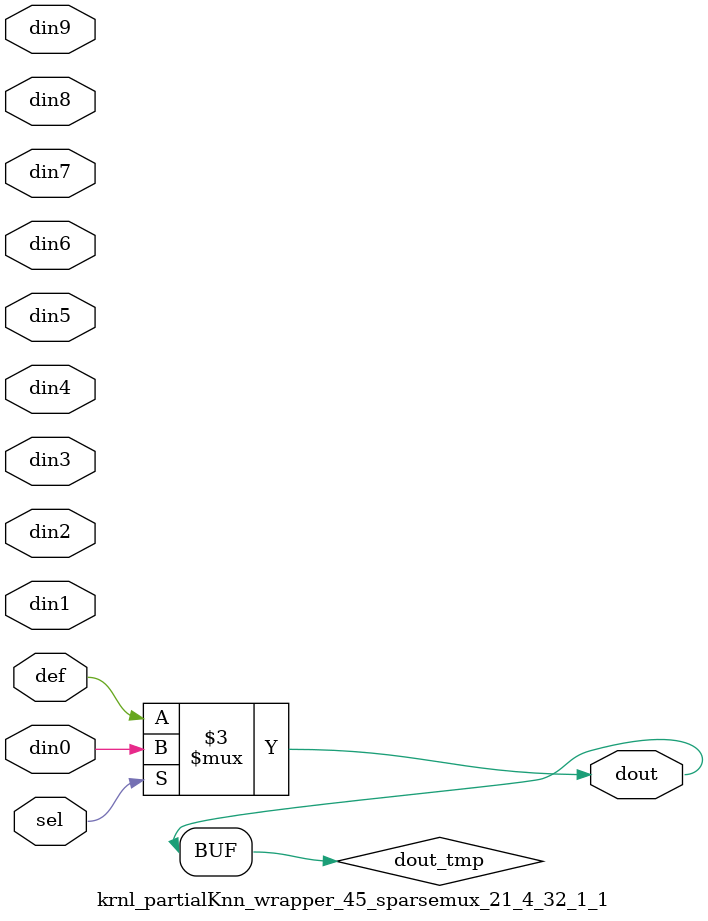
<source format=v>
`timescale 1 ns / 1 ps
module krnl_partialKnn_wrapper_45_sparsemux_21_4_32_1_1 (din0,din1,din2,din3,din4,din5,din6,din7,din8,din9,def,sel,dout);
parameter din0_WIDTH = 1;
parameter din1_WIDTH = 1;
parameter din2_WIDTH = 1;
parameter din3_WIDTH = 1;
parameter din4_WIDTH = 1;
parameter din5_WIDTH = 1;
parameter din6_WIDTH = 1;
parameter din7_WIDTH = 1;
parameter din8_WIDTH = 1;
parameter din9_WIDTH = 1;
parameter def_WIDTH = 1;
parameter sel_WIDTH = 1;
parameter dout_WIDTH = 1;
parameter [sel_WIDTH-1:0] CASE0 = 1;
parameter [sel_WIDTH-1:0] CASE1 = 1;
parameter [sel_WIDTH-1:0] CASE2 = 1;
parameter [sel_WIDTH-1:0] CASE3 = 1;
parameter [sel_WIDTH-1:0] CASE4 = 1;
parameter [sel_WIDTH-1:0] CASE5 = 1;
parameter [sel_WIDTH-1:0] CASE6 = 1;
parameter [sel_WIDTH-1:0] CASE7 = 1;
parameter [sel_WIDTH-1:0] CASE8 = 1;
parameter [sel_WIDTH-1:0] CASE9 = 1;
parameter ID = 1;
parameter NUM_STAGE = 1;
input [din0_WIDTH-1:0] din0;
input [din1_WIDTH-1:0] din1;
input [din2_WIDTH-1:0] din2;
input [din3_WIDTH-1:0] din3;
input [din4_WIDTH-1:0] din4;
input [din5_WIDTH-1:0] din5;
input [din6_WIDTH-1:0] din6;
input [din7_WIDTH-1:0] din7;
input [din8_WIDTH-1:0] din8;
input [din9_WIDTH-1:0] din9;
input [def_WIDTH-1:0] def;
input [sel_WIDTH-1:0] sel;
output [dout_WIDTH-1:0] dout;
reg [dout_WIDTH-1:0] dout_tmp;
always @ (*) begin
case (sel)
    
    CASE0 : dout_tmp = din0;
    
    CASE1 : dout_tmp = din1;
    
    CASE2 : dout_tmp = din2;
    
    CASE3 : dout_tmp = din3;
    
    CASE4 : dout_tmp = din4;
    
    CASE5 : dout_tmp = din5;
    
    CASE6 : dout_tmp = din6;
    
    CASE7 : dout_tmp = din7;
    
    CASE8 : dout_tmp = din8;
    
    CASE9 : dout_tmp = din9;
    
    default : dout_tmp = def;
endcase
end
assign dout = dout_tmp;
endmodule
</source>
